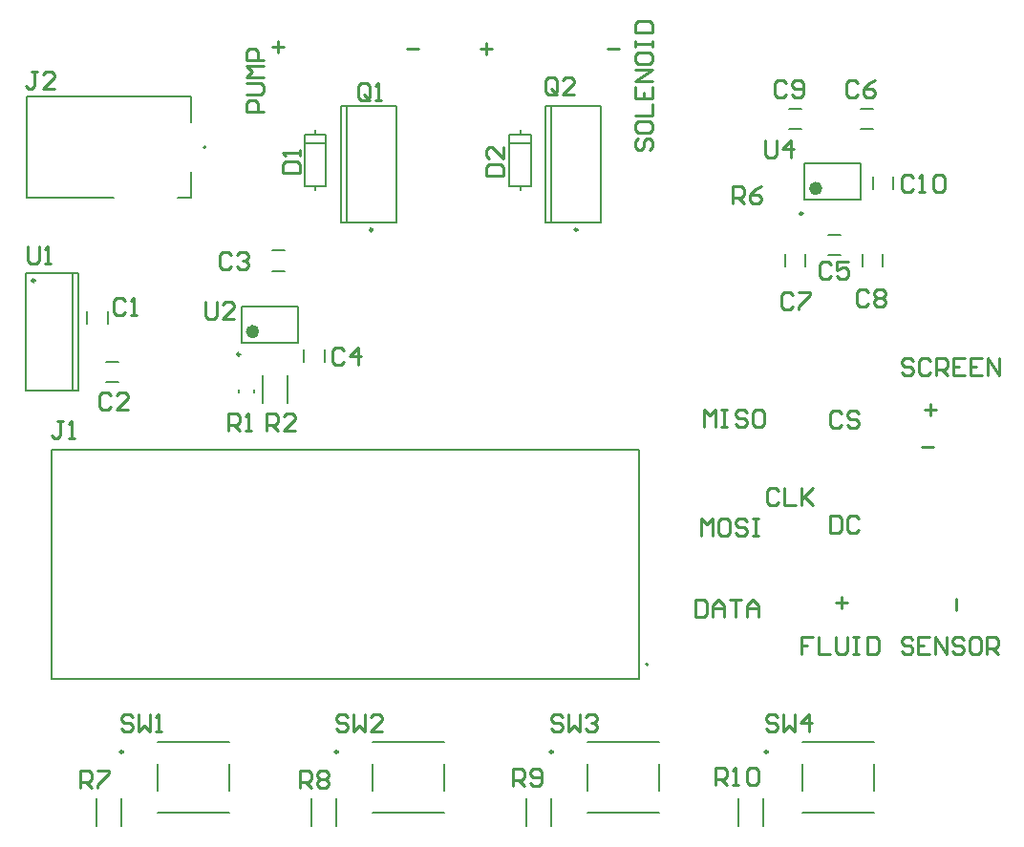
<source format=gto>
G04*
G04 #@! TF.GenerationSoftware,Altium Limited,Altium Designer,24.2.2 (26)*
G04*
G04 Layer_Color=65535*
%FSLAX25Y25*%
%MOIN*%
G70*
G04*
G04 #@! TF.SameCoordinates,004D1183-16E1-436D-8927-E0D308D58255*
G04*
G04*
G04 #@! TF.FilePolarity,Positive*
G04*
G01*
G75*
%ADD10C,0.02362*%
%ADD11C,0.00984*%
%ADD12C,0.00787*%
%ADD13C,0.00500*%
%ADD14C,0.01000*%
D10*
X287276Y234138D02*
G03*
X287276Y234138I-1181J0D01*
G01*
X90776Y184138D02*
G03*
X90776Y184138I-1181J0D01*
G01*
D11*
X281547Y225378D02*
G03*
X281547Y225378I-492J0D01*
G01*
X119394Y37358D02*
G03*
X119394Y37358I-492J0D01*
G01*
X131492Y219665D02*
G03*
X131492Y219665I-492J0D01*
G01*
X85244Y176165D02*
G03*
X85244Y176165I-492J0D01*
G01*
X202992Y219665D02*
G03*
X202992Y219665I-492J0D01*
G01*
X44394Y37358D02*
G03*
X44394Y37358I-492J0D01*
G01*
X269394D02*
G03*
X269394Y37358I-492J0D01*
G01*
X194394D02*
G03*
X194394Y37358I-492J0D01*
G01*
X13661Y201913D02*
G03*
X13661Y201913I-492J0D01*
G01*
D12*
X227709Y68000D02*
G03*
X227709Y68000I-394J0D01*
G01*
X73319Y248500D02*
G03*
X73319Y248500I-394J0D01*
G01*
X301835Y262043D02*
X306165D01*
X301835Y254957D02*
X306165D01*
X301842Y230201D02*
Y242799D01*
X282157Y230201D02*
Y242799D01*
X301842D01*
X282157Y230201D02*
X301842D01*
X38335Y166457D02*
X42665D01*
X38335Y173543D02*
X42665D01*
X131598Y23874D02*
Y33126D01*
Y16098D02*
X156402D01*
Y23874D02*
Y33126D01*
X131598Y40902D02*
X156402D01*
X120390Y222224D02*
X139681D01*
X120390Y262776D02*
X139681D01*
Y222224D02*
Y262776D01*
X120390Y222224D02*
Y262776D01*
X122358Y222224D02*
Y262776D01*
X35169Y11661D02*
Y21339D01*
X43831Y11661D02*
Y21339D01*
X105342Y180201D02*
Y192799D01*
X85658Y180201D02*
Y192799D01*
X105342D01*
X85658Y180201D02*
X105342D01*
X114710Y173513D02*
Y177843D01*
X107623Y173513D02*
Y177843D01*
X101831Y159161D02*
Y168839D01*
X93169Y159161D02*
Y168839D01*
X90256Y163008D02*
Y163992D01*
X84744Y163008D02*
Y163992D01*
X183000Y233449D02*
Y235024D01*
Y252976D02*
Y254551D01*
X179634Y249905D02*
X186366D01*
X179240Y252976D02*
X186760D01*
X179240Y235024D02*
Y252976D01*
Y235024D02*
X186760D01*
Y252976D01*
X191890Y222224D02*
X211181D01*
X191890Y262776D02*
X211181D01*
Y222224D02*
Y262776D01*
X191890Y222224D02*
Y262776D01*
X193858Y222224D02*
Y262776D01*
X306216Y234013D02*
Y238344D01*
X313302Y234013D02*
Y238344D01*
X309643Y206835D02*
Y211165D01*
X302556Y206835D02*
Y211165D01*
X282444Y206835D02*
Y211165D01*
X275357Y206835D02*
Y211165D01*
X290335Y218043D02*
X294665D01*
X290335Y210957D02*
X294665D01*
X96335Y205338D02*
X100665D01*
X96335Y212424D02*
X100665D01*
X276835Y262043D02*
X281165D01*
X276835Y254957D02*
X281165D01*
X267831Y11661D02*
Y21339D01*
X259169Y11661D02*
Y21339D01*
X193831Y11661D02*
Y21339D01*
X185169Y11661D02*
Y21339D01*
X118831Y11661D02*
Y21339D01*
X110169Y11661D02*
Y21339D01*
X115260Y235024D02*
Y252976D01*
X107740Y235024D02*
X115260D01*
X107740D02*
Y252976D01*
X115260D01*
X108134Y249905D02*
X114866D01*
X111500Y252976D02*
Y254551D01*
Y233449D02*
Y235024D01*
X39043Y186835D02*
Y191165D01*
X31957Y186835D02*
Y191165D01*
X56598Y23874D02*
Y33126D01*
Y16098D02*
X81402D01*
Y23874D02*
Y33126D01*
X56598Y40902D02*
X81402D01*
X281598Y23874D02*
Y33126D01*
Y16098D02*
X306402D01*
Y23874D02*
Y33126D01*
X281598Y40902D02*
X306402D01*
X206598Y23874D02*
Y33126D01*
Y16098D02*
X231402D01*
Y23874D02*
Y33126D01*
X206598Y40902D02*
X231402D01*
X26752Y163528D02*
Y204472D01*
X10610Y204472D02*
X28721D01*
X10610Y163528D02*
Y204472D01*
Y163528D02*
X28721D01*
Y204472D01*
D13*
X19638Y63039D02*
X224362D01*
X19638D02*
Y142961D01*
X224362D01*
Y63039D02*
Y142961D01*
X10721Y230784D02*
X41075D01*
X10721D02*
Y266216D01*
X68279D01*
Y230784D02*
Y239760D01*
Y257240D02*
Y266216D01*
X63437Y230784D02*
X68279D01*
D14*
X284999Y77498D02*
X281000D01*
Y74499D01*
X282999D01*
X281000D01*
Y71500D01*
X286998Y77498D02*
Y71500D01*
X290997D01*
X292996Y77498D02*
Y72500D01*
X293996Y71500D01*
X295995D01*
X296995Y72500D01*
Y77498D01*
X298994D02*
X300993D01*
X299994D01*
Y71500D01*
X298994D01*
X300993D01*
X303993Y77498D02*
Y71500D01*
X306992D01*
X307991Y72500D01*
Y76498D01*
X306992Y77498D01*
X303993D01*
X319987Y76498D02*
X318988Y77498D01*
X316988D01*
X315989Y76498D01*
Y75499D01*
X316988Y74499D01*
X318988D01*
X319987Y73499D01*
Y72500D01*
X318988Y71500D01*
X316988D01*
X315989Y72500D01*
X325985Y77498D02*
X321987D01*
Y71500D01*
X325985D01*
X321987Y74499D02*
X323986D01*
X327985Y71500D02*
Y77498D01*
X331983Y71500D01*
Y77498D01*
X337982Y76498D02*
X336982Y77498D01*
X334982D01*
X333983Y76498D01*
Y75499D01*
X334982Y74499D01*
X336982D01*
X337982Y73499D01*
Y72500D01*
X336982Y71500D01*
X334982D01*
X333983Y72500D01*
X342980Y77498D02*
X340981D01*
X339981Y76498D01*
Y72500D01*
X340981Y71500D01*
X342980D01*
X343980Y72500D01*
Y76498D01*
X342980Y77498D01*
X345979Y71500D02*
Y77498D01*
X348978D01*
X349978Y76498D01*
Y74499D01*
X348978Y73499D01*
X345979D01*
X347978D02*
X349978Y71500D01*
X246000Y113000D02*
Y118998D01*
X247999Y116999D01*
X249999Y118998D01*
Y113000D01*
X254997Y118998D02*
X252998D01*
X251998Y117998D01*
Y114000D01*
X252998Y113000D01*
X254997D01*
X255997Y114000D01*
Y117998D01*
X254997Y118998D01*
X261995Y117998D02*
X260995Y118998D01*
X258996D01*
X257996Y117998D01*
Y116999D01*
X258996Y115999D01*
X260995D01*
X261995Y114999D01*
Y114000D01*
X260995Y113000D01*
X258996D01*
X257996Y114000D01*
X263994Y118998D02*
X265993D01*
X264994D01*
Y113000D01*
X263994D01*
X265993D01*
X327000Y144000D02*
X323001D01*
X247000Y151000D02*
Y156998D01*
X248999Y154999D01*
X250999Y156998D01*
Y151000D01*
X252998Y156998D02*
X254997D01*
X253998D01*
Y151000D01*
X252998D01*
X254997D01*
X261995Y155998D02*
X260996Y156998D01*
X258996D01*
X257996Y155998D01*
Y154999D01*
X258996Y153999D01*
X260996D01*
X261995Y152999D01*
Y152000D01*
X260996Y151000D01*
X258996D01*
X257996Y152000D01*
X266993Y156998D02*
X264994D01*
X263995Y155998D01*
Y152000D01*
X264994Y151000D01*
X266993D01*
X267993Y152000D01*
Y155998D01*
X266993Y156998D01*
X272999Y128498D02*
X271999Y129498D01*
X270000D01*
X269000Y128498D01*
Y124500D01*
X270000Y123500D01*
X271999D01*
X272999Y124500D01*
X274998Y129498D02*
Y123500D01*
X278997D01*
X280996Y129498D02*
Y123500D01*
Y125499D01*
X284995Y129498D01*
X281996Y126499D01*
X284995Y123500D01*
X294999Y155498D02*
X293999Y156498D01*
X292000D01*
X291000Y155498D01*
Y151500D01*
X292000Y150500D01*
X293999D01*
X294999Y151500D01*
X300997Y155498D02*
X299997Y156498D01*
X297998D01*
X296998Y155498D01*
Y154499D01*
X297998Y153499D01*
X299997D01*
X300997Y152499D01*
Y151500D01*
X299997Y150500D01*
X297998D01*
X296998Y151500D01*
X291000Y119998D02*
Y114000D01*
X293999D01*
X294999Y115000D01*
Y118998D01*
X293999Y119998D01*
X291000D01*
X300997Y118998D02*
X299997Y119998D01*
X297998D01*
X296998Y118998D01*
Y115000D01*
X297998Y114000D01*
X299997D01*
X300997Y115000D01*
X295001Y87500D02*
Y91499D01*
X293001Y89499D02*
X297000D01*
X326001Y155000D02*
Y158999D01*
X324001Y156999D02*
X328000D01*
X319999Y173998D02*
X318999Y174998D01*
X317000D01*
X316000Y173998D01*
Y172999D01*
X317000Y171999D01*
X318999D01*
X319999Y170999D01*
Y170000D01*
X318999Y169000D01*
X317000D01*
X316000Y170000D01*
X325997Y173998D02*
X324997Y174998D01*
X322998D01*
X321998Y173998D01*
Y170000D01*
X322998Y169000D01*
X324997D01*
X325997Y170000D01*
X327996Y169000D02*
Y174998D01*
X330995D01*
X331995Y173998D01*
Y171999D01*
X330995Y170999D01*
X327996D01*
X329995D02*
X331995Y169000D01*
X337993Y174998D02*
X333994D01*
Y169000D01*
X337993D01*
X333994Y171999D02*
X335994D01*
X343991Y174998D02*
X339992D01*
Y169000D01*
X343991D01*
X339992Y171999D02*
X341992D01*
X345990Y169000D02*
Y174998D01*
X349989Y169000D01*
Y174998D01*
X335000Y87000D02*
Y90999D01*
X244000Y90498D02*
Y84500D01*
X246999D01*
X247999Y85500D01*
Y89498D01*
X246999Y90498D01*
X244000D01*
X249998Y84500D02*
Y88499D01*
X251997Y90498D01*
X253997Y88499D01*
Y84500D01*
Y87499D01*
X249998D01*
X255996Y90498D02*
X259995D01*
X257996D01*
Y84500D01*
X261994D02*
Y88499D01*
X263994Y90498D01*
X265993Y88499D01*
Y84500D01*
Y87499D01*
X261994D01*
X224002Y251499D02*
X223002Y250499D01*
Y248500D01*
X224002Y247500D01*
X225001D01*
X226001Y248500D01*
Y250499D01*
X227001Y251499D01*
X228000D01*
X229000Y250499D01*
Y248500D01*
X228000Y247500D01*
X223002Y256497D02*
Y254498D01*
X224002Y253498D01*
X228000D01*
X229000Y254498D01*
Y256497D01*
X228000Y257497D01*
X224002D01*
X223002Y256497D01*
Y259496D02*
X229000D01*
Y263495D01*
X223002Y269493D02*
Y265494D01*
X229000D01*
Y269493D01*
X226001Y265494D02*
Y267494D01*
X229000Y271492D02*
X223002D01*
X229000Y275491D01*
X223002D01*
Y280489D02*
Y278490D01*
X224002Y277490D01*
X228000D01*
X229000Y278490D01*
Y280489D01*
X228000Y281489D01*
X224002D01*
X223002Y280489D01*
Y283488D02*
Y285488D01*
Y284488D01*
X229000D01*
Y283488D01*
Y285488D01*
X223002Y288487D02*
X229000D01*
Y291486D01*
X228000Y292485D01*
X224002D01*
X223002Y291486D01*
Y288487D01*
X93500Y261000D02*
X87502D01*
Y263999D01*
X88502Y264999D01*
X90501D01*
X91501Y263999D01*
Y261000D01*
X87502Y266998D02*
X92500D01*
X93500Y267998D01*
Y269997D01*
X92500Y270997D01*
X87502D01*
X93500Y272996D02*
X87502D01*
X89501Y274995D01*
X87502Y276995D01*
X93500D01*
Y278994D02*
X87502D01*
Y281993D01*
X88502Y282993D01*
X90501D01*
X91501Y281993D01*
Y278994D01*
X169000Y282999D02*
X172999D01*
X170999Y284999D02*
Y281000D01*
X213500Y283000D02*
X217499D01*
X143500D02*
X147499D01*
X96500Y283499D02*
X100499D01*
X98499Y285499D02*
Y281500D01*
X268502Y250999D02*
Y246001D01*
X269501Y245001D01*
X271501D01*
X272500Y246001D01*
Y250999D01*
X277499Y245001D02*
Y250999D01*
X274500Y248000D01*
X278498D01*
X122899Y49698D02*
X121899Y50698D01*
X119900D01*
X118900Y49698D01*
Y48699D01*
X119900Y47699D01*
X121899D01*
X122899Y46699D01*
Y45700D01*
X121899Y44700D01*
X119900D01*
X118900Y45700D01*
X124898Y50698D02*
Y44700D01*
X126897Y46699D01*
X128897Y44700D01*
Y50698D01*
X134895Y44700D02*
X130896D01*
X134895Y48699D01*
Y49698D01*
X133895Y50698D01*
X131896D01*
X130896Y49698D01*
X130500Y266001D02*
Y269999D01*
X129500Y270999D01*
X127501D01*
X126501Y269999D01*
Y266001D01*
X127501Y265001D01*
X129500D01*
X128501Y267000D02*
X130500Y265001D01*
X129500D02*
X130500Y266001D01*
X132499Y265001D02*
X134499D01*
X133499D01*
Y270999D01*
X132499Y269999D01*
X320001Y237999D02*
X319002Y238999D01*
X317002D01*
X316002Y237999D01*
Y234001D01*
X317002Y233001D01*
X319002D01*
X320001Y234001D01*
X322001Y233001D02*
X324000D01*
X323000D01*
Y238999D01*
X322001Y237999D01*
X326999D02*
X327998Y238999D01*
X329998D01*
X330998Y237999D01*
Y234001D01*
X329998Y233001D01*
X327998D01*
X326999Y234001D01*
Y237999D01*
X275699Y270798D02*
X274699Y271798D01*
X272700D01*
X271700Y270798D01*
Y266800D01*
X272700Y265800D01*
X274699D01*
X275699Y266800D01*
X277698D02*
X278698Y265800D01*
X280697D01*
X281697Y266800D01*
Y270798D01*
X280697Y271798D01*
X278698D01*
X277698Y270798D01*
Y269799D01*
X278698Y268799D01*
X281697D01*
X73002Y194499D02*
Y189501D01*
X74001Y188501D01*
X76001D01*
X77000Y189501D01*
Y194499D01*
X82998Y188501D02*
X79000D01*
X82998Y192500D01*
Y193499D01*
X81999Y194499D01*
X79999D01*
X79000Y193499D01*
X11200Y213898D02*
Y208900D01*
X12200Y207900D01*
X14199D01*
X15199Y208900D01*
Y213898D01*
X17198Y207900D02*
X19197D01*
X18198D01*
Y213898D01*
X17198Y212898D01*
X272899Y49698D02*
X271899Y50698D01*
X269900D01*
X268900Y49698D01*
Y48699D01*
X269900Y47699D01*
X271899D01*
X272899Y46699D01*
Y45700D01*
X271899Y44700D01*
X269900D01*
X268900Y45700D01*
X274898Y50698D02*
Y44700D01*
X276897Y46699D01*
X278897Y44700D01*
Y50698D01*
X283895Y44700D02*
Y50698D01*
X280896Y47699D01*
X284895D01*
X197899Y49698D02*
X196899Y50698D01*
X194900D01*
X193900Y49698D01*
Y48699D01*
X194900Y47699D01*
X196899D01*
X197899Y46699D01*
Y45700D01*
X196899Y44700D01*
X194900D01*
X193900Y45700D01*
X199898Y50698D02*
Y44700D01*
X201897Y46699D01*
X203897Y44700D01*
Y50698D01*
X205896Y49698D02*
X206896Y50698D01*
X208895D01*
X209895Y49698D01*
Y48699D01*
X208895Y47699D01*
X207895D01*
X208895D01*
X209895Y46699D01*
Y45700D01*
X208895Y44700D01*
X206896D01*
X205896Y45700D01*
X47899Y49698D02*
X46899Y50698D01*
X44900D01*
X43900Y49698D01*
Y48699D01*
X44900Y47699D01*
X46899D01*
X47899Y46699D01*
Y45700D01*
X46899Y44700D01*
X44900D01*
X43900Y45700D01*
X49898Y50698D02*
Y44700D01*
X51897Y46699D01*
X53897Y44700D01*
Y50698D01*
X55896Y44700D02*
X57895D01*
X56896D01*
Y50698D01*
X55896Y49698D01*
X251002Y26001D02*
Y31999D01*
X254001D01*
X255001Y30999D01*
Y29000D01*
X254001Y28000D01*
X251002D01*
X253002D02*
X255001Y26001D01*
X257000D02*
X259000D01*
X258000D01*
Y31999D01*
X257000Y30999D01*
X261999D02*
X262999Y31999D01*
X264998D01*
X265998Y30999D01*
Y27001D01*
X264998Y26001D01*
X262999D01*
X261999Y27001D01*
Y30999D01*
X180502Y25501D02*
Y31499D01*
X183501D01*
X184500Y30499D01*
Y28500D01*
X183501Y27500D01*
X180502D01*
X182501D02*
X184500Y25501D01*
X186500Y26501D02*
X187499Y25501D01*
X189499D01*
X190498Y26501D01*
Y30499D01*
X189499Y31499D01*
X187499D01*
X186500Y30499D01*
Y29500D01*
X187499Y28500D01*
X190498D01*
X106002Y25001D02*
Y30999D01*
X109001D01*
X110000Y29999D01*
Y28000D01*
X109001Y27000D01*
X106002D01*
X108001D02*
X110000Y25001D01*
X112000Y29999D02*
X112999Y30999D01*
X114999D01*
X115998Y29999D01*
Y29000D01*
X114999Y28000D01*
X115998Y27000D01*
Y26001D01*
X114999Y25001D01*
X112999D01*
X112000Y26001D01*
Y27000D01*
X112999Y28000D01*
X112000Y29000D01*
Y29999D01*
X112999Y28000D02*
X114999D01*
X29502Y25001D02*
Y30999D01*
X32501D01*
X33500Y29999D01*
Y28000D01*
X32501Y27000D01*
X29502D01*
X31501D02*
X33500Y25001D01*
X35500Y30999D02*
X39498D01*
Y29999D01*
X35500Y26001D01*
Y25001D01*
X257002Y229001D02*
Y234999D01*
X260001D01*
X261000Y233999D01*
Y232000D01*
X260001Y231000D01*
X257002D01*
X259001D02*
X261000Y229001D01*
X266998Y234999D02*
X264999Y233999D01*
X263000Y232000D01*
Y230001D01*
X263999Y229001D01*
X265999D01*
X266998Y230001D01*
Y231000D01*
X265999Y232000D01*
X263000D01*
X94502Y149501D02*
Y155499D01*
X97501D01*
X98500Y154499D01*
Y152500D01*
X97501Y151500D01*
X94502D01*
X96501D02*
X98500Y149501D01*
X104498D02*
X100500D01*
X104498Y153500D01*
Y154499D01*
X103499Y155499D01*
X101499D01*
X100500Y154499D01*
X81001Y149501D02*
Y155499D01*
X84000D01*
X85000Y154499D01*
Y152500D01*
X84000Y151500D01*
X81001D01*
X83001D02*
X85000Y149501D01*
X86999D02*
X88999D01*
X87999D01*
Y155499D01*
X86999Y154499D01*
X195899Y267900D02*
Y271898D01*
X194899Y272898D01*
X192900D01*
X191900Y271898D01*
Y267900D01*
X192900Y266900D01*
X194899D01*
X193899Y268899D02*
X195899Y266900D01*
X194899D02*
X195899Y267900D01*
X201897Y266900D02*
X197898D01*
X201897Y270899D01*
Y271898D01*
X200897Y272898D01*
X198898D01*
X197898Y271898D01*
X14500Y274999D02*
X12501D01*
X13501D01*
Y270001D01*
X12501Y269001D01*
X11501D01*
X10502Y270001D01*
X20498Y269001D02*
X16500D01*
X20498Y273000D01*
Y273999D01*
X19499Y274999D01*
X17499D01*
X16500Y273999D01*
X23599Y152998D02*
X21599D01*
X22599D01*
Y148000D01*
X21599Y147000D01*
X20600D01*
X19600Y148000D01*
X25598Y147000D02*
X27597D01*
X26598D01*
Y152998D01*
X25598Y151998D01*
X171001Y238502D02*
X176999D01*
Y241501D01*
X175999Y242500D01*
X172001D01*
X171001Y241501D01*
Y238502D01*
X176999Y248498D02*
Y244500D01*
X173000Y248498D01*
X172001D01*
X171001Y247499D01*
Y245499D01*
X172001Y244500D01*
X100001Y239501D02*
X105999D01*
Y242500D01*
X104999Y243500D01*
X101001D01*
X100001Y242500D01*
Y239501D01*
X105999Y245499D02*
Y247499D01*
Y246499D01*
X100001D01*
X101001Y245499D01*
X304500Y197999D02*
X303501Y198999D01*
X301501D01*
X300502Y197999D01*
Y194001D01*
X301501Y193001D01*
X303501D01*
X304500Y194001D01*
X306500Y197999D02*
X307499Y198999D01*
X309499D01*
X310498Y197999D01*
Y197000D01*
X309499Y196000D01*
X310498Y195000D01*
Y194001D01*
X309499Y193001D01*
X307499D01*
X306500Y194001D01*
Y195000D01*
X307499Y196000D01*
X306500Y197000D01*
Y197999D01*
X307499Y196000D02*
X309499D01*
X278000Y196999D02*
X277001Y197999D01*
X275001D01*
X274002Y196999D01*
Y193001D01*
X275001Y192001D01*
X277001D01*
X278000Y193001D01*
X280000Y197999D02*
X283998D01*
Y196999D01*
X280000Y193001D01*
Y192001D01*
X300699Y270798D02*
X299699Y271798D01*
X297700D01*
X296700Y270798D01*
Y266800D01*
X297700Y265800D01*
X299699D01*
X300699Y266800D01*
X306697Y271798D02*
X304697Y270798D01*
X302698Y268799D01*
Y266800D01*
X303698Y265800D01*
X305697D01*
X306697Y266800D01*
Y267799D01*
X305697Y268799D01*
X302698D01*
X291500Y207499D02*
X290501Y208499D01*
X288501D01*
X287502Y207499D01*
Y203501D01*
X288501Y202501D01*
X290501D01*
X291500Y203501D01*
X297498Y208499D02*
X293500D01*
Y205500D01*
X295499Y206500D01*
X296499D01*
X297498Y205500D01*
Y203501D01*
X296499Y202501D01*
X294499D01*
X293500Y203501D01*
X121398Y177499D02*
X120398Y178499D01*
X118399D01*
X117399Y177499D01*
Y173501D01*
X118399Y172501D01*
X120398D01*
X121398Y173501D01*
X126396Y172501D02*
Y178499D01*
X123397Y175500D01*
X127396D01*
X82000Y210999D02*
X81001Y211999D01*
X79001D01*
X78002Y210999D01*
Y207001D01*
X79001Y206001D01*
X81001D01*
X82000Y207001D01*
X84000Y210999D02*
X84999Y211999D01*
X86999D01*
X87998Y210999D01*
Y210000D01*
X86999Y209000D01*
X85999D01*
X86999D01*
X87998Y208000D01*
Y207001D01*
X86999Y206001D01*
X84999D01*
X84000Y207001D01*
X40000Y161999D02*
X39001Y162999D01*
X37001D01*
X36002Y161999D01*
Y158001D01*
X37001Y157001D01*
X39001D01*
X40000Y158001D01*
X45998Y157001D02*
X42000D01*
X45998Y161000D01*
Y161999D01*
X44999Y162999D01*
X42999D01*
X42000Y161999D01*
X45000Y194999D02*
X44000Y195999D01*
X42001D01*
X41001Y194999D01*
Y191001D01*
X42001Y190001D01*
X44000D01*
X45000Y191001D01*
X46999Y190001D02*
X48999D01*
X47999D01*
Y195999D01*
X46999Y194999D01*
M02*

</source>
